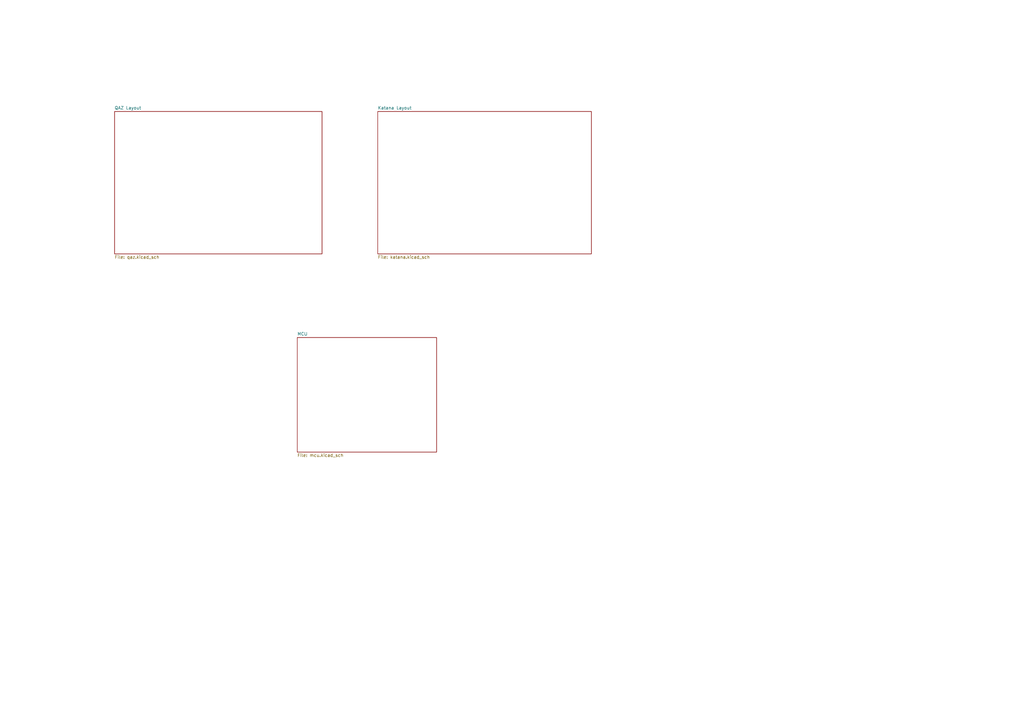
<source format=kicad_sch>
(kicad_sch (version 20230121) (generator eeschema)
  (paper "A3")
  (lib_symbols)
  (sheet (at 121.92 138.43) (size 57.15 46.99) (stroke (width 0.1524))
    (property "Sheetname" "MCU" (at 121.92 137.7184 0) (effects (justify left bottom)))
    (property "Sheetfile" "mcu.kicad_sch" (at 121.92 186.0046 0) (effects (justify left top)))
  )
  (sheet (at 154.94 45.72) (size 87.63 58.42) (stroke (width 0.1524))
    (property "Sheetname" "Katana Layout" (at 154.94 45.0084 0) (effects (justify left bottom)))
    (property "Sheetfile" "katana.kicad_sch" (at 154.94 104.7246 0) (effects (justify left top)))
  )
  (sheet (at 46.99 45.72) (size 85.09 58.42) (stroke (width 0.1524))
    (property "Sheetname" "QAZ Layout" (at 46.99 45.0084 0) (effects (justify left bottom)))
    (property "Sheetfile" "qaz.kicad_sch" (at 46.99 104.7246 0) (effects (justify left top)))
  )
)
</source>
